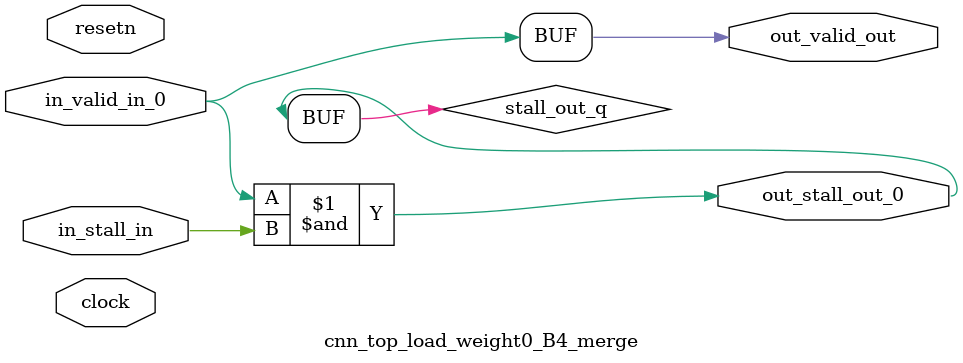
<source format=sv>



(* altera_attribute = "-name AUTO_SHIFT_REGISTER_RECOGNITION OFF; -name MESSAGE_DISABLE 10036; -name MESSAGE_DISABLE 10037; -name MESSAGE_DISABLE 14130; -name MESSAGE_DISABLE 14320; -name MESSAGE_DISABLE 15400; -name MESSAGE_DISABLE 14130; -name MESSAGE_DISABLE 10036; -name MESSAGE_DISABLE 12020; -name MESSAGE_DISABLE 12030; -name MESSAGE_DISABLE 12010; -name MESSAGE_DISABLE 12110; -name MESSAGE_DISABLE 14320; -name MESSAGE_DISABLE 13410; -name MESSAGE_DISABLE 113007; -name MESSAGE_DISABLE 10958" *)
module cnn_top_load_weight0_B4_merge (
    input wire [0:0] in_stall_in,
    input wire [0:0] in_valid_in_0,
    output wire [0:0] out_stall_out_0,
    output wire [0:0] out_valid_out,
    input wire clock,
    input wire resetn
    );

    wire [0:0] stall_out_q;


    // stall_out(LOGICAL,6)
    assign stall_out_q = in_valid_in_0 & in_stall_in;

    // out_stall_out_0(GPOUT,4)
    assign out_stall_out_0 = stall_out_q;

    // out_valid_out(GPOUT,5)
    assign out_valid_out = in_valid_in_0;

endmodule

</source>
